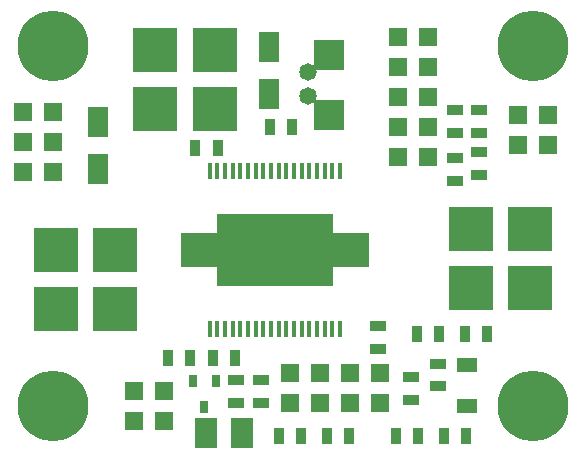
<source format=gbr>
G04 #@! TF.FileFunction,Soldermask,Bot*
%FSLAX46Y46*%
G04 Gerber Fmt 4.6, Leading zero omitted, Abs format (unit mm)*
G04 Created by KiCad (PCBNEW (2015-05-13 BZR 5653)-product) date 7. 1. 2016 10:12:27*
%MOMM*%
G01*
G04 APERTURE LIST*
%ADD10C,0.300000*%
%ADD11R,3.810000X3.810000*%
%ADD12R,0.889000X1.397000*%
%ADD13R,1.397000X0.889000*%
%ADD14C,6.000000*%
%ADD15R,1.524000X1.524000*%
%ADD16R,1.699260X1.300480*%
%ADD17R,1.800860X2.499360*%
%ADD18R,2.499360X2.550160*%
%ADD19R,1.950720X2.499360*%
%ADD20R,0.398780X1.399540*%
%ADD21R,9.799320X6.197600*%
%ADD22R,3.098800X2.898140*%
%ADD23R,0.800100X1.000760*%
%ADD24C,1.480820*%
G04 APERTURE END LIST*
D10*
D11*
X13716000Y35226000D03*
X13716000Y30226000D03*
X18796000Y35226000D03*
X18796000Y30226000D03*
D12*
X28257500Y2540000D03*
X30162500Y2540000D03*
X24193500Y2540000D03*
X26098500Y2540000D03*
D13*
X41148000Y30162500D03*
X41148000Y28257500D03*
X39116000Y30162500D03*
X39116000Y28257500D03*
D12*
X34099500Y2540000D03*
X36004500Y2540000D03*
D14*
X45720000Y35560000D03*
X45720000Y5080000D03*
X5080000Y35560000D03*
X5080000Y5080000D03*
D15*
X27686000Y5334000D03*
X27686000Y7874000D03*
X25146000Y7874000D03*
X25146000Y5334000D03*
X11938000Y3810000D03*
X11938000Y6350000D03*
X14478000Y3810000D03*
X14478000Y6350000D03*
X34290000Y31242000D03*
X36830000Y31242000D03*
X34290000Y33782000D03*
X36830000Y33782000D03*
X34290000Y28702000D03*
X36830000Y28702000D03*
X30226000Y5334000D03*
X30226000Y7874000D03*
X44450000Y27178000D03*
X46990000Y27178000D03*
X44450000Y29718000D03*
X46990000Y29718000D03*
X34290000Y26162000D03*
X36830000Y26162000D03*
X2540000Y29972000D03*
X5080000Y29972000D03*
X2540000Y27432000D03*
X5080000Y27432000D03*
X2540000Y24892000D03*
X5080000Y24892000D03*
D16*
X40132000Y8608060D03*
X40132000Y5107940D03*
D17*
X8890000Y29176980D03*
X8890000Y25179020D03*
X23368000Y35526980D03*
X23368000Y31529020D03*
D13*
X37719000Y6794500D03*
X37719000Y8699500D03*
X20574000Y5397500D03*
X20574000Y7302500D03*
D12*
X18605500Y9144000D03*
X20510500Y9144000D03*
D13*
X41148000Y26606500D03*
X41148000Y24701500D03*
X39116000Y26098500D03*
X39116000Y24193500D03*
D12*
X38163500Y2540000D03*
X40068500Y2540000D03*
D18*
X28448000Y34782760D03*
X28448000Y29733240D03*
D12*
X16700500Y9144000D03*
X14795500Y9144000D03*
D19*
X18008600Y2794000D03*
X21107400Y2794000D03*
D13*
X32639000Y11874500D03*
X32639000Y9969500D03*
D12*
X23431500Y28702000D03*
X25336500Y28702000D03*
X19050000Y26924000D03*
X17145000Y26924000D03*
D20*
X29400500Y11590020D03*
X28750260Y11590020D03*
X28100020Y11590020D03*
X27449780Y11590020D03*
X26799540Y11590020D03*
X26149300Y11590020D03*
X25499060Y11590020D03*
X24848820Y11590020D03*
X24198580Y11590020D03*
X23553420Y11590020D03*
X22903180Y11590020D03*
X22252940Y11590020D03*
X21602700Y11590020D03*
X20952460Y11590020D03*
X20302220Y11590020D03*
X19651980Y11590020D03*
X19001740Y11590020D03*
X18351500Y11590020D03*
X18351500Y24985980D03*
X19001740Y24985980D03*
X19651980Y24985980D03*
X20302220Y24985980D03*
X20952460Y24985980D03*
X21602700Y24985980D03*
X22252940Y24985980D03*
X22903180Y24985980D03*
X23553420Y24985980D03*
X24198580Y24985980D03*
X24848820Y24985980D03*
X25499060Y24985980D03*
X26149300Y24985980D03*
X26799540Y24985980D03*
X27449780Y24985980D03*
X28100020Y24985980D03*
X28750260Y24985980D03*
X29400500Y24985980D03*
D21*
X23876000Y18288000D03*
D22*
X30325060Y18288000D03*
X17426940Y18288000D03*
D23*
X17907000Y4996180D03*
X18859500Y7195820D03*
X16954500Y7195820D03*
D24*
X26670000Y31384240D03*
X26670000Y33385760D03*
D15*
X34290000Y36322000D03*
X36830000Y36322000D03*
D11*
X10334000Y18288000D03*
X5334000Y18288000D03*
X10334000Y13288000D03*
X5334000Y13288000D03*
X40466000Y20066000D03*
X45466000Y20066000D03*
X40466000Y15066000D03*
X45466000Y15066000D03*
D12*
X39941500Y11176000D03*
X41846500Y11176000D03*
D15*
X32766000Y5334000D03*
D12*
X35877500Y11176000D03*
X37782500Y11176000D03*
D15*
X32766000Y7874000D03*
D13*
X35433000Y7556500D03*
X35433000Y5651500D03*
X22733000Y7302500D03*
X22733000Y5397500D03*
M02*

</source>
